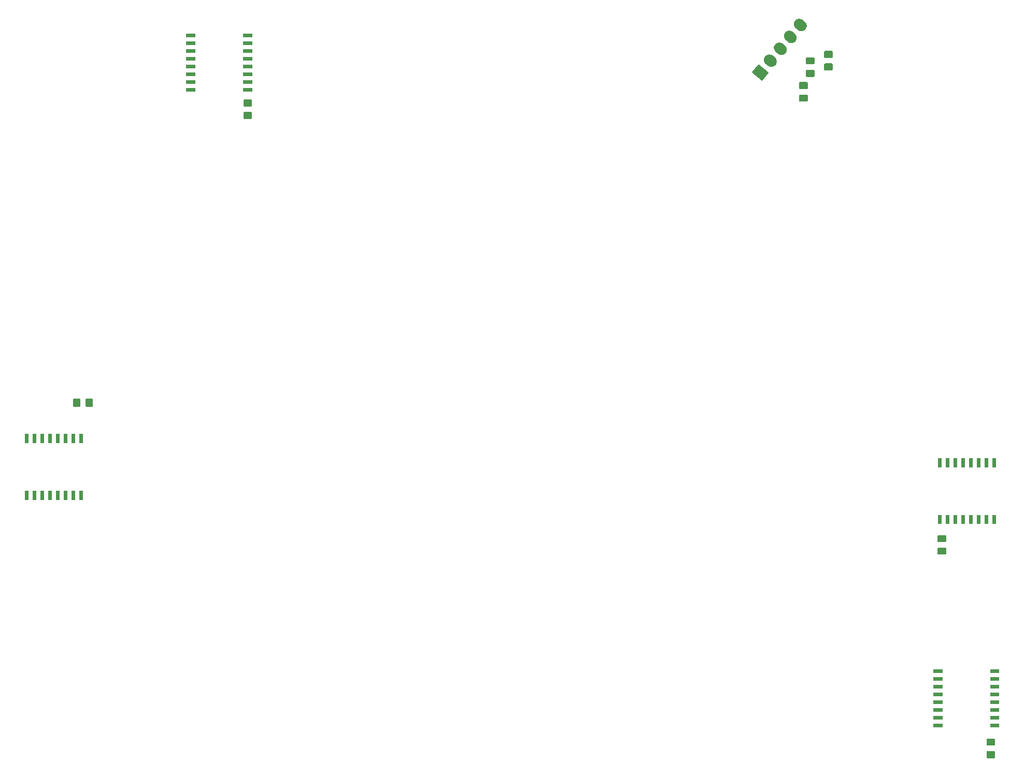
<source format=gbr>
G04 #@! TF.GenerationSoftware,KiCad,Pcbnew,(5.1.4-0-10_14)*
G04 #@! TF.CreationDate,2019-10-29T07:52:00+01:00*
G04 #@! TF.ProjectId,Buttons_AMPCD,42757474-6f6e-4735-9f41-4d5043442e6b,rev?*
G04 #@! TF.SameCoordinates,Original*
G04 #@! TF.FileFunction,Soldermask,Bot*
G04 #@! TF.FilePolarity,Negative*
%FSLAX46Y46*%
G04 Gerber Fmt 4.6, Leading zero omitted, Abs format (unit mm)*
G04 Created by KiCad (PCBNEW (5.1.4-0-10_14)) date 2019-10-29 07:52:00*
%MOMM*%
%LPD*%
G04 APERTURE LIST*
%ADD10C,0.100000*%
G04 APERTURE END LIST*
D10*
G36*
X175612322Y-145411839D02*
G01*
X175645857Y-145422012D01*
X175676756Y-145438528D01*
X175703843Y-145460757D01*
X175726072Y-145487844D01*
X175742588Y-145518743D01*
X175752761Y-145552278D01*
X175756800Y-145593287D01*
X175756800Y-146372313D01*
X175752761Y-146413322D01*
X175742588Y-146446857D01*
X175726072Y-146477756D01*
X175703843Y-146504843D01*
X175676756Y-146527072D01*
X175645857Y-146543588D01*
X175612322Y-146553761D01*
X175571313Y-146557800D01*
X174542287Y-146557800D01*
X174501278Y-146553761D01*
X174467743Y-146543588D01*
X174436844Y-146527072D01*
X174409757Y-146504843D01*
X174387528Y-146477756D01*
X174371012Y-146446857D01*
X174360839Y-146413322D01*
X174356800Y-146372313D01*
X174356800Y-145593287D01*
X174360839Y-145552278D01*
X174371012Y-145518743D01*
X174387528Y-145487844D01*
X174409757Y-145460757D01*
X174436844Y-145438528D01*
X174467743Y-145422012D01*
X174501278Y-145411839D01*
X174542287Y-145407800D01*
X175571313Y-145407800D01*
X175612322Y-145411839D01*
X175612322Y-145411839D01*
G37*
G36*
X175612322Y-143361839D02*
G01*
X175645857Y-143372012D01*
X175676756Y-143388528D01*
X175703843Y-143410757D01*
X175726072Y-143437844D01*
X175742588Y-143468743D01*
X175752761Y-143502278D01*
X175756800Y-143543287D01*
X175756800Y-144322313D01*
X175752761Y-144363322D01*
X175742588Y-144396857D01*
X175726072Y-144427756D01*
X175703843Y-144454843D01*
X175676756Y-144477072D01*
X175645857Y-144493588D01*
X175612322Y-144503761D01*
X175571313Y-144507800D01*
X174542287Y-144507800D01*
X174501278Y-144503761D01*
X174467743Y-144493588D01*
X174436844Y-144477072D01*
X174409757Y-144454843D01*
X174387528Y-144427756D01*
X174371012Y-144396857D01*
X174360839Y-144363322D01*
X174356800Y-144322313D01*
X174356800Y-143543287D01*
X174360839Y-143502278D01*
X174371012Y-143468743D01*
X174387528Y-143437844D01*
X174409757Y-143410757D01*
X174436844Y-143388528D01*
X174467743Y-143372012D01*
X174501278Y-143361839D01*
X174542287Y-143357800D01*
X175571313Y-143357800D01*
X175612322Y-143361839D01*
X175612322Y-143361839D01*
G37*
G36*
X167169000Y-141524000D02*
G01*
X165669000Y-141524000D01*
X165669000Y-140924000D01*
X167169000Y-140924000D01*
X167169000Y-141524000D01*
X167169000Y-141524000D01*
G37*
G36*
X176469000Y-141524000D02*
G01*
X174969000Y-141524000D01*
X174969000Y-140924000D01*
X176469000Y-140924000D01*
X176469000Y-141524000D01*
X176469000Y-141524000D01*
G37*
G36*
X167169000Y-140254000D02*
G01*
X165669000Y-140254000D01*
X165669000Y-139654000D01*
X167169000Y-139654000D01*
X167169000Y-140254000D01*
X167169000Y-140254000D01*
G37*
G36*
X176469000Y-140254000D02*
G01*
X174969000Y-140254000D01*
X174969000Y-139654000D01*
X176469000Y-139654000D01*
X176469000Y-140254000D01*
X176469000Y-140254000D01*
G37*
G36*
X167169000Y-138984000D02*
G01*
X165669000Y-138984000D01*
X165669000Y-138384000D01*
X167169000Y-138384000D01*
X167169000Y-138984000D01*
X167169000Y-138984000D01*
G37*
G36*
X176469000Y-138984000D02*
G01*
X174969000Y-138984000D01*
X174969000Y-138384000D01*
X176469000Y-138384000D01*
X176469000Y-138984000D01*
X176469000Y-138984000D01*
G37*
G36*
X167169000Y-137714000D02*
G01*
X165669000Y-137714000D01*
X165669000Y-137114000D01*
X167169000Y-137114000D01*
X167169000Y-137714000D01*
X167169000Y-137714000D01*
G37*
G36*
X176469000Y-137714000D02*
G01*
X174969000Y-137714000D01*
X174969000Y-137114000D01*
X176469000Y-137114000D01*
X176469000Y-137714000D01*
X176469000Y-137714000D01*
G37*
G36*
X176469000Y-136444000D02*
G01*
X174969000Y-136444000D01*
X174969000Y-135844000D01*
X176469000Y-135844000D01*
X176469000Y-136444000D01*
X176469000Y-136444000D01*
G37*
G36*
X167169000Y-136444000D02*
G01*
X165669000Y-136444000D01*
X165669000Y-135844000D01*
X167169000Y-135844000D01*
X167169000Y-136444000D01*
X167169000Y-136444000D01*
G37*
G36*
X176469000Y-135174000D02*
G01*
X174969000Y-135174000D01*
X174969000Y-134574000D01*
X176469000Y-134574000D01*
X176469000Y-135174000D01*
X176469000Y-135174000D01*
G37*
G36*
X167169000Y-135174000D02*
G01*
X165669000Y-135174000D01*
X165669000Y-134574000D01*
X167169000Y-134574000D01*
X167169000Y-135174000D01*
X167169000Y-135174000D01*
G37*
G36*
X176469000Y-133904000D02*
G01*
X174969000Y-133904000D01*
X174969000Y-133304000D01*
X176469000Y-133304000D01*
X176469000Y-133904000D01*
X176469000Y-133904000D01*
G37*
G36*
X167169000Y-133904000D02*
G01*
X165669000Y-133904000D01*
X165669000Y-133304000D01*
X167169000Y-133304000D01*
X167169000Y-133904000D01*
X167169000Y-133904000D01*
G37*
G36*
X176469000Y-132634000D02*
G01*
X174969000Y-132634000D01*
X174969000Y-132034000D01*
X176469000Y-132034000D01*
X176469000Y-132634000D01*
X176469000Y-132634000D01*
G37*
G36*
X167169000Y-132634000D02*
G01*
X165669000Y-132634000D01*
X165669000Y-132034000D01*
X167169000Y-132034000D01*
X167169000Y-132634000D01*
X167169000Y-132634000D01*
G37*
G36*
X167611322Y-112112439D02*
G01*
X167644857Y-112122612D01*
X167675756Y-112139128D01*
X167702843Y-112161357D01*
X167725072Y-112188444D01*
X167741588Y-112219343D01*
X167751761Y-112252878D01*
X167755800Y-112293887D01*
X167755800Y-113072913D01*
X167751761Y-113113922D01*
X167741588Y-113147457D01*
X167725072Y-113178356D01*
X167702843Y-113205443D01*
X167675756Y-113227672D01*
X167644857Y-113244188D01*
X167611322Y-113254361D01*
X167570313Y-113258400D01*
X166541287Y-113258400D01*
X166500278Y-113254361D01*
X166466743Y-113244188D01*
X166435844Y-113227672D01*
X166408757Y-113205443D01*
X166386528Y-113178356D01*
X166370012Y-113147457D01*
X166359839Y-113113922D01*
X166355800Y-113072913D01*
X166355800Y-112293887D01*
X166359839Y-112252878D01*
X166370012Y-112219343D01*
X166386528Y-112188444D01*
X166408757Y-112161357D01*
X166435844Y-112139128D01*
X166466743Y-112122612D01*
X166500278Y-112112439D01*
X166541287Y-112108400D01*
X167570313Y-112108400D01*
X167611322Y-112112439D01*
X167611322Y-112112439D01*
G37*
G36*
X167611322Y-110062439D02*
G01*
X167644857Y-110072612D01*
X167675756Y-110089128D01*
X167702843Y-110111357D01*
X167725072Y-110138444D01*
X167741588Y-110169343D01*
X167751761Y-110202878D01*
X167755800Y-110243887D01*
X167755800Y-111022913D01*
X167751761Y-111063922D01*
X167741588Y-111097457D01*
X167725072Y-111128356D01*
X167702843Y-111155443D01*
X167675756Y-111177672D01*
X167644857Y-111194188D01*
X167611322Y-111204361D01*
X167570313Y-111208400D01*
X166541287Y-111208400D01*
X166500278Y-111204361D01*
X166466743Y-111194188D01*
X166435844Y-111177672D01*
X166408757Y-111155443D01*
X166386528Y-111128356D01*
X166370012Y-111097457D01*
X166359839Y-111063922D01*
X166355800Y-111022913D01*
X166355800Y-110243887D01*
X166359839Y-110202878D01*
X166370012Y-110169343D01*
X166386528Y-110138444D01*
X166408757Y-110111357D01*
X166435844Y-110089128D01*
X166466743Y-110072612D01*
X166500278Y-110062439D01*
X166541287Y-110058400D01*
X167570313Y-110058400D01*
X167611322Y-110062439D01*
X167611322Y-110062439D01*
G37*
G36*
X168321000Y-108270000D02*
G01*
X167721000Y-108270000D01*
X167721000Y-106770000D01*
X168321000Y-106770000D01*
X168321000Y-108270000D01*
X168321000Y-108270000D01*
G37*
G36*
X167051000Y-108270000D02*
G01*
X166451000Y-108270000D01*
X166451000Y-106770000D01*
X167051000Y-106770000D01*
X167051000Y-108270000D01*
X167051000Y-108270000D01*
G37*
G36*
X169591000Y-108270000D02*
G01*
X168991000Y-108270000D01*
X168991000Y-106770000D01*
X169591000Y-106770000D01*
X169591000Y-108270000D01*
X169591000Y-108270000D01*
G37*
G36*
X170861000Y-108270000D02*
G01*
X170261000Y-108270000D01*
X170261000Y-106770000D01*
X170861000Y-106770000D01*
X170861000Y-108270000D01*
X170861000Y-108270000D01*
G37*
G36*
X172131000Y-108270000D02*
G01*
X171531000Y-108270000D01*
X171531000Y-106770000D01*
X172131000Y-106770000D01*
X172131000Y-108270000D01*
X172131000Y-108270000D01*
G37*
G36*
X173401000Y-108270000D02*
G01*
X172801000Y-108270000D01*
X172801000Y-106770000D01*
X173401000Y-106770000D01*
X173401000Y-108270000D01*
X173401000Y-108270000D01*
G37*
G36*
X175941000Y-108270000D02*
G01*
X175341000Y-108270000D01*
X175341000Y-106770000D01*
X175941000Y-106770000D01*
X175941000Y-108270000D01*
X175941000Y-108270000D01*
G37*
G36*
X174671000Y-108270000D02*
G01*
X174071000Y-108270000D01*
X174071000Y-106770000D01*
X174671000Y-106770000D01*
X174671000Y-108270000D01*
X174671000Y-108270000D01*
G37*
G36*
X21636000Y-104333000D02*
G01*
X21036000Y-104333000D01*
X21036000Y-102833000D01*
X21636000Y-102833000D01*
X21636000Y-104333000D01*
X21636000Y-104333000D01*
G37*
G36*
X25446000Y-104333000D02*
G01*
X24846000Y-104333000D01*
X24846000Y-102833000D01*
X25446000Y-102833000D01*
X25446000Y-104333000D01*
X25446000Y-104333000D01*
G37*
G36*
X24176000Y-104333000D02*
G01*
X23576000Y-104333000D01*
X23576000Y-102833000D01*
X24176000Y-102833000D01*
X24176000Y-104333000D01*
X24176000Y-104333000D01*
G37*
G36*
X22906000Y-104333000D02*
G01*
X22306000Y-104333000D01*
X22306000Y-102833000D01*
X22906000Y-102833000D01*
X22906000Y-104333000D01*
X22906000Y-104333000D01*
G37*
G36*
X20366000Y-104333000D02*
G01*
X19766000Y-104333000D01*
X19766000Y-102833000D01*
X20366000Y-102833000D01*
X20366000Y-104333000D01*
X20366000Y-104333000D01*
G37*
G36*
X19096000Y-104333000D02*
G01*
X18496000Y-104333000D01*
X18496000Y-102833000D01*
X19096000Y-102833000D01*
X19096000Y-104333000D01*
X19096000Y-104333000D01*
G37*
G36*
X17826000Y-104333000D02*
G01*
X17226000Y-104333000D01*
X17226000Y-102833000D01*
X17826000Y-102833000D01*
X17826000Y-104333000D01*
X17826000Y-104333000D01*
G37*
G36*
X26716000Y-104333000D02*
G01*
X26116000Y-104333000D01*
X26116000Y-102833000D01*
X26716000Y-102833000D01*
X26716000Y-104333000D01*
X26716000Y-104333000D01*
G37*
G36*
X174671000Y-98970000D02*
G01*
X174071000Y-98970000D01*
X174071000Y-97470000D01*
X174671000Y-97470000D01*
X174671000Y-98970000D01*
X174671000Y-98970000D01*
G37*
G36*
X167051000Y-98970000D02*
G01*
X166451000Y-98970000D01*
X166451000Y-97470000D01*
X167051000Y-97470000D01*
X167051000Y-98970000D01*
X167051000Y-98970000D01*
G37*
G36*
X168321000Y-98970000D02*
G01*
X167721000Y-98970000D01*
X167721000Y-97470000D01*
X168321000Y-97470000D01*
X168321000Y-98970000D01*
X168321000Y-98970000D01*
G37*
G36*
X169591000Y-98970000D02*
G01*
X168991000Y-98970000D01*
X168991000Y-97470000D01*
X169591000Y-97470000D01*
X169591000Y-98970000D01*
X169591000Y-98970000D01*
G37*
G36*
X170861000Y-98970000D02*
G01*
X170261000Y-98970000D01*
X170261000Y-97470000D01*
X170861000Y-97470000D01*
X170861000Y-98970000D01*
X170861000Y-98970000D01*
G37*
G36*
X172131000Y-98970000D02*
G01*
X171531000Y-98970000D01*
X171531000Y-97470000D01*
X172131000Y-97470000D01*
X172131000Y-98970000D01*
X172131000Y-98970000D01*
G37*
G36*
X173401000Y-98970000D02*
G01*
X172801000Y-98970000D01*
X172801000Y-97470000D01*
X173401000Y-97470000D01*
X173401000Y-98970000D01*
X173401000Y-98970000D01*
G37*
G36*
X175941000Y-98970000D02*
G01*
X175341000Y-98970000D01*
X175341000Y-97470000D01*
X175941000Y-97470000D01*
X175941000Y-98970000D01*
X175941000Y-98970000D01*
G37*
G36*
X19096000Y-95033000D02*
G01*
X18496000Y-95033000D01*
X18496000Y-93533000D01*
X19096000Y-93533000D01*
X19096000Y-95033000D01*
X19096000Y-95033000D01*
G37*
G36*
X17826000Y-95033000D02*
G01*
X17226000Y-95033000D01*
X17226000Y-93533000D01*
X17826000Y-93533000D01*
X17826000Y-95033000D01*
X17826000Y-95033000D01*
G37*
G36*
X20366000Y-95033000D02*
G01*
X19766000Y-95033000D01*
X19766000Y-93533000D01*
X20366000Y-93533000D01*
X20366000Y-95033000D01*
X20366000Y-95033000D01*
G37*
G36*
X21636000Y-95033000D02*
G01*
X21036000Y-95033000D01*
X21036000Y-93533000D01*
X21636000Y-93533000D01*
X21636000Y-95033000D01*
X21636000Y-95033000D01*
G37*
G36*
X22906000Y-95033000D02*
G01*
X22306000Y-95033000D01*
X22306000Y-93533000D01*
X22906000Y-93533000D01*
X22906000Y-95033000D01*
X22906000Y-95033000D01*
G37*
G36*
X24176000Y-95033000D02*
G01*
X23576000Y-95033000D01*
X23576000Y-93533000D01*
X24176000Y-93533000D01*
X24176000Y-95033000D01*
X24176000Y-95033000D01*
G37*
G36*
X25446000Y-95033000D02*
G01*
X24846000Y-95033000D01*
X24846000Y-93533000D01*
X25446000Y-93533000D01*
X25446000Y-95033000D01*
X25446000Y-95033000D01*
G37*
G36*
X26716000Y-95033000D02*
G01*
X26116000Y-95033000D01*
X26116000Y-93533000D01*
X26716000Y-93533000D01*
X26716000Y-95033000D01*
X26716000Y-95033000D01*
G37*
G36*
X26151722Y-87721439D02*
G01*
X26185257Y-87731612D01*
X26216156Y-87748128D01*
X26243243Y-87770357D01*
X26265472Y-87797444D01*
X26281988Y-87828343D01*
X26292161Y-87861878D01*
X26296200Y-87902887D01*
X26296200Y-88931913D01*
X26292161Y-88972922D01*
X26281988Y-89006457D01*
X26265472Y-89037356D01*
X26243243Y-89064443D01*
X26216156Y-89086672D01*
X26185257Y-89103188D01*
X26151722Y-89113361D01*
X26110713Y-89117400D01*
X25331687Y-89117400D01*
X25290678Y-89113361D01*
X25257143Y-89103188D01*
X25226244Y-89086672D01*
X25199157Y-89064443D01*
X25176928Y-89037356D01*
X25160412Y-89006457D01*
X25150239Y-88972922D01*
X25146200Y-88931913D01*
X25146200Y-87902887D01*
X25150239Y-87861878D01*
X25160412Y-87828343D01*
X25176928Y-87797444D01*
X25199157Y-87770357D01*
X25226244Y-87748128D01*
X25257143Y-87731612D01*
X25290678Y-87721439D01*
X25331687Y-87717400D01*
X26110713Y-87717400D01*
X26151722Y-87721439D01*
X26151722Y-87721439D01*
G37*
G36*
X28201722Y-87721439D02*
G01*
X28235257Y-87731612D01*
X28266156Y-87748128D01*
X28293243Y-87770357D01*
X28315472Y-87797444D01*
X28331988Y-87828343D01*
X28342161Y-87861878D01*
X28346200Y-87902887D01*
X28346200Y-88931913D01*
X28342161Y-88972922D01*
X28331988Y-89006457D01*
X28315472Y-89037356D01*
X28293243Y-89064443D01*
X28266156Y-89086672D01*
X28235257Y-89103188D01*
X28201722Y-89113361D01*
X28160713Y-89117400D01*
X27381687Y-89117400D01*
X27340678Y-89113361D01*
X27307143Y-89103188D01*
X27276244Y-89086672D01*
X27249157Y-89064443D01*
X27226928Y-89037356D01*
X27210412Y-89006457D01*
X27200239Y-88972922D01*
X27196200Y-88931913D01*
X27196200Y-87902887D01*
X27200239Y-87861878D01*
X27210412Y-87828343D01*
X27226928Y-87797444D01*
X27249157Y-87770357D01*
X27276244Y-87748128D01*
X27307143Y-87731612D01*
X27340678Y-87721439D01*
X27381687Y-87717400D01*
X28160713Y-87717400D01*
X28201722Y-87721439D01*
X28201722Y-87721439D01*
G37*
G36*
X54225722Y-40865439D02*
G01*
X54259257Y-40875612D01*
X54290156Y-40892128D01*
X54317243Y-40914357D01*
X54339472Y-40941444D01*
X54355988Y-40972343D01*
X54366161Y-41005878D01*
X54370200Y-41046887D01*
X54370200Y-41825913D01*
X54366161Y-41866922D01*
X54355988Y-41900457D01*
X54339472Y-41931356D01*
X54317243Y-41958443D01*
X54290156Y-41980672D01*
X54259257Y-41997188D01*
X54225722Y-42007361D01*
X54184713Y-42011400D01*
X53155687Y-42011400D01*
X53114678Y-42007361D01*
X53081143Y-41997188D01*
X53050244Y-41980672D01*
X53023157Y-41958443D01*
X53000928Y-41931356D01*
X52984412Y-41900457D01*
X52974239Y-41866922D01*
X52970200Y-41825913D01*
X52970200Y-41046887D01*
X52974239Y-41005878D01*
X52984412Y-40972343D01*
X53000928Y-40941444D01*
X53023157Y-40914357D01*
X53050244Y-40892128D01*
X53081143Y-40875612D01*
X53114678Y-40865439D01*
X53155687Y-40861400D01*
X54184713Y-40861400D01*
X54225722Y-40865439D01*
X54225722Y-40865439D01*
G37*
G36*
X54225722Y-38815439D02*
G01*
X54259257Y-38825612D01*
X54290156Y-38842128D01*
X54317243Y-38864357D01*
X54339472Y-38891444D01*
X54355988Y-38922343D01*
X54366161Y-38955878D01*
X54370200Y-38996887D01*
X54370200Y-39775913D01*
X54366161Y-39816922D01*
X54355988Y-39850457D01*
X54339472Y-39881356D01*
X54317243Y-39908443D01*
X54290156Y-39930672D01*
X54259257Y-39947188D01*
X54225722Y-39957361D01*
X54184713Y-39961400D01*
X53155687Y-39961400D01*
X53114678Y-39957361D01*
X53081143Y-39947188D01*
X53050244Y-39930672D01*
X53023157Y-39908443D01*
X53000928Y-39881356D01*
X52984412Y-39850457D01*
X52974239Y-39816922D01*
X52970200Y-39775913D01*
X52970200Y-38996887D01*
X52974239Y-38955878D01*
X52984412Y-38922343D01*
X53000928Y-38891444D01*
X53023157Y-38864357D01*
X53050244Y-38842128D01*
X53081143Y-38825612D01*
X53114678Y-38815439D01*
X53155687Y-38811400D01*
X54184713Y-38811400D01*
X54225722Y-38815439D01*
X54225722Y-38815439D01*
G37*
G36*
X145005322Y-38020639D02*
G01*
X145038857Y-38030812D01*
X145069756Y-38047328D01*
X145096843Y-38069557D01*
X145119072Y-38096644D01*
X145135588Y-38127543D01*
X145145761Y-38161078D01*
X145149800Y-38202087D01*
X145149800Y-38981113D01*
X145145761Y-39022122D01*
X145135588Y-39055657D01*
X145119072Y-39086556D01*
X145096843Y-39113643D01*
X145069756Y-39135872D01*
X145038857Y-39152388D01*
X145005322Y-39162561D01*
X144964313Y-39166600D01*
X143935287Y-39166600D01*
X143894278Y-39162561D01*
X143860743Y-39152388D01*
X143829844Y-39135872D01*
X143802757Y-39113643D01*
X143780528Y-39086556D01*
X143764012Y-39055657D01*
X143753839Y-39022122D01*
X143749800Y-38981113D01*
X143749800Y-38202087D01*
X143753839Y-38161078D01*
X143764012Y-38127543D01*
X143780528Y-38096644D01*
X143802757Y-38069557D01*
X143829844Y-38047328D01*
X143860743Y-38030812D01*
X143894278Y-38020639D01*
X143935287Y-38016600D01*
X144964313Y-38016600D01*
X145005322Y-38020639D01*
X145005322Y-38020639D01*
G37*
G36*
X54422000Y-37511000D02*
G01*
X52922000Y-37511000D01*
X52922000Y-36911000D01*
X54422000Y-36911000D01*
X54422000Y-37511000D01*
X54422000Y-37511000D01*
G37*
G36*
X45122000Y-37511000D02*
G01*
X43622000Y-37511000D01*
X43622000Y-36911000D01*
X45122000Y-36911000D01*
X45122000Y-37511000D01*
X45122000Y-37511000D01*
G37*
G36*
X145005322Y-35970639D02*
G01*
X145038857Y-35980812D01*
X145069756Y-35997328D01*
X145096843Y-36019557D01*
X145119072Y-36046644D01*
X145135588Y-36077543D01*
X145145761Y-36111078D01*
X145149800Y-36152087D01*
X145149800Y-36931113D01*
X145145761Y-36972122D01*
X145135588Y-37005657D01*
X145119072Y-37036556D01*
X145096843Y-37063643D01*
X145069756Y-37085872D01*
X145038857Y-37102388D01*
X145005322Y-37112561D01*
X144964313Y-37116600D01*
X143935287Y-37116600D01*
X143894278Y-37112561D01*
X143860743Y-37102388D01*
X143829844Y-37085872D01*
X143802757Y-37063643D01*
X143780528Y-37036556D01*
X143764012Y-37005657D01*
X143753839Y-36972122D01*
X143749800Y-36931113D01*
X143749800Y-36152087D01*
X143753839Y-36111078D01*
X143764012Y-36077543D01*
X143780528Y-36046644D01*
X143802757Y-36019557D01*
X143829844Y-35997328D01*
X143860743Y-35980812D01*
X143894278Y-35970639D01*
X143935287Y-35966600D01*
X144964313Y-35966600D01*
X145005322Y-35970639D01*
X145005322Y-35970639D01*
G37*
G36*
X54422000Y-36241000D02*
G01*
X52922000Y-36241000D01*
X52922000Y-35641000D01*
X54422000Y-35641000D01*
X54422000Y-36241000D01*
X54422000Y-36241000D01*
G37*
G36*
X45122000Y-36241000D02*
G01*
X43622000Y-36241000D01*
X43622000Y-35641000D01*
X45122000Y-35641000D01*
X45122000Y-36241000D01*
X45122000Y-36241000D01*
G37*
G36*
X137167864Y-33110822D02*
G01*
X137198621Y-33117289D01*
X137227519Y-33129631D01*
X137258550Y-33150857D01*
X138687900Y-34350224D01*
X138714192Y-34377097D01*
X138731368Y-34403420D01*
X138743076Y-34432581D01*
X138748870Y-34463467D01*
X138748527Y-34494895D01*
X138742060Y-34525652D01*
X138729718Y-34554550D01*
X138708492Y-34585581D01*
X137804807Y-35662551D01*
X137777934Y-35688843D01*
X137751611Y-35706019D01*
X137722450Y-35717727D01*
X137691564Y-35723521D01*
X137660136Y-35723178D01*
X137629379Y-35716711D01*
X137600481Y-35704369D01*
X137569450Y-35683143D01*
X136140100Y-34483776D01*
X136113808Y-34456903D01*
X136096632Y-34430580D01*
X136084924Y-34401419D01*
X136079130Y-34370533D01*
X136079473Y-34339105D01*
X136085940Y-34308348D01*
X136098282Y-34279450D01*
X136119508Y-34248419D01*
X137023193Y-33171449D01*
X137050066Y-33145157D01*
X137076389Y-33127981D01*
X137105550Y-33116273D01*
X137136436Y-33110479D01*
X137167864Y-33110822D01*
X137167864Y-33110822D01*
G37*
G36*
X146122922Y-33982039D02*
G01*
X146156457Y-33992212D01*
X146187356Y-34008728D01*
X146214443Y-34030957D01*
X146236672Y-34058044D01*
X146253188Y-34088943D01*
X146263361Y-34122478D01*
X146267400Y-34163487D01*
X146267400Y-34942513D01*
X146263361Y-34983522D01*
X146253188Y-35017057D01*
X146236672Y-35047956D01*
X146214443Y-35075043D01*
X146187356Y-35097272D01*
X146156457Y-35113788D01*
X146122922Y-35123961D01*
X146081913Y-35128000D01*
X145052887Y-35128000D01*
X145011878Y-35123961D01*
X144978343Y-35113788D01*
X144947444Y-35097272D01*
X144920357Y-35075043D01*
X144898128Y-35047956D01*
X144881612Y-35017057D01*
X144871439Y-34983522D01*
X144867400Y-34942513D01*
X144867400Y-34163487D01*
X144871439Y-34122478D01*
X144881612Y-34088943D01*
X144898128Y-34058044D01*
X144920357Y-34030957D01*
X144947444Y-34008728D01*
X144978343Y-33992212D01*
X145011878Y-33982039D01*
X145052887Y-33978000D01*
X146081913Y-33978000D01*
X146122922Y-33982039D01*
X146122922Y-33982039D01*
G37*
G36*
X54422000Y-34971000D02*
G01*
X52922000Y-34971000D01*
X52922000Y-34371000D01*
X54422000Y-34371000D01*
X54422000Y-34971000D01*
X54422000Y-34971000D01*
G37*
G36*
X45122000Y-34971000D02*
G01*
X43622000Y-34971000D01*
X43622000Y-34371000D01*
X45122000Y-34371000D01*
X45122000Y-34971000D01*
X45122000Y-34971000D01*
G37*
G36*
X149094722Y-32924239D02*
G01*
X149128257Y-32934412D01*
X149159156Y-32950928D01*
X149186243Y-32973157D01*
X149208472Y-33000244D01*
X149224988Y-33031143D01*
X149235161Y-33064678D01*
X149239200Y-33105687D01*
X149239200Y-33884713D01*
X149235161Y-33925722D01*
X149224988Y-33959257D01*
X149208472Y-33990156D01*
X149186243Y-34017243D01*
X149159156Y-34039472D01*
X149128257Y-34055988D01*
X149094722Y-34066161D01*
X149053713Y-34070200D01*
X148024687Y-34070200D01*
X147983678Y-34066161D01*
X147950143Y-34055988D01*
X147919244Y-34039472D01*
X147892157Y-34017243D01*
X147869928Y-33990156D01*
X147853412Y-33959257D01*
X147843239Y-33925722D01*
X147839200Y-33884713D01*
X147839200Y-33105687D01*
X147843239Y-33064678D01*
X147853412Y-33031143D01*
X147869928Y-33000244D01*
X147892157Y-32973157D01*
X147919244Y-32950928D01*
X147950143Y-32934412D01*
X147983678Y-32924239D01*
X148024687Y-32920200D01*
X149053713Y-32920200D01*
X149094722Y-32924239D01*
X149094722Y-32924239D01*
G37*
G36*
X54422000Y-33701000D02*
G01*
X52922000Y-33701000D01*
X52922000Y-33101000D01*
X54422000Y-33101000D01*
X54422000Y-33701000D01*
X54422000Y-33701000D01*
G37*
G36*
X45122000Y-33701000D02*
G01*
X43622000Y-33701000D01*
X43622000Y-33101000D01*
X45122000Y-33101000D01*
X45122000Y-33701000D01*
X45122000Y-33701000D01*
G37*
G36*
X138965664Y-31454394D02*
G01*
X139133372Y-31489659D01*
X139187133Y-31512618D01*
X139290975Y-31556964D01*
X139396980Y-31629479D01*
X139814832Y-31980098D01*
X139814835Y-31980101D01*
X139904653Y-32071901D01*
X139998303Y-32215423D01*
X140062154Y-32374457D01*
X140093753Y-32542894D01*
X140093478Y-32568036D01*
X140091883Y-32714260D01*
X140089189Y-32727071D01*
X140056618Y-32881968D01*
X139989313Y-33039572D01*
X139892555Y-33181016D01*
X139770057Y-33300870D01*
X139626535Y-33394520D01*
X139467501Y-33458371D01*
X139299064Y-33489970D01*
X139213380Y-33489035D01*
X139127697Y-33488100D01*
X138986317Y-33458371D01*
X138959989Y-33452835D01*
X138802386Y-33385530D01*
X138696390Y-33313021D01*
X138696387Y-33313018D01*
X138696382Y-33313015D01*
X138370506Y-33039572D01*
X138278527Y-32962393D01*
X138188708Y-32870592D01*
X138095058Y-32727071D01*
X138031207Y-32568036D01*
X137999608Y-32399599D01*
X138001479Y-32228233D01*
X138036744Y-32060525D01*
X138104049Y-31902922D01*
X138200807Y-31761477D01*
X138261373Y-31702219D01*
X138323304Y-31641624D01*
X138379976Y-31604645D01*
X138466826Y-31547973D01*
X138625861Y-31484122D01*
X138794298Y-31452523D01*
X138965664Y-31454394D01*
X138965664Y-31454394D01*
G37*
G36*
X146122922Y-31932039D02*
G01*
X146156457Y-31942212D01*
X146187356Y-31958728D01*
X146214443Y-31980957D01*
X146236672Y-32008044D01*
X146253188Y-32038943D01*
X146263361Y-32072478D01*
X146267400Y-32113487D01*
X146267400Y-32892513D01*
X146263361Y-32933522D01*
X146253188Y-32967057D01*
X146236672Y-32997956D01*
X146214443Y-33025043D01*
X146187356Y-33047272D01*
X146156457Y-33063788D01*
X146122922Y-33073961D01*
X146081913Y-33078000D01*
X145052887Y-33078000D01*
X145011878Y-33073961D01*
X144978343Y-33063788D01*
X144947444Y-33047272D01*
X144920357Y-33025043D01*
X144898128Y-32997956D01*
X144881612Y-32967057D01*
X144871439Y-32933522D01*
X144867400Y-32892513D01*
X144867400Y-32113487D01*
X144871439Y-32072478D01*
X144881612Y-32038943D01*
X144898128Y-32008044D01*
X144920357Y-31980957D01*
X144947444Y-31958728D01*
X144978343Y-31942212D01*
X145011878Y-31932039D01*
X145052887Y-31928000D01*
X146081913Y-31928000D01*
X146122922Y-31932039D01*
X146122922Y-31932039D01*
G37*
G36*
X45122000Y-32431000D02*
G01*
X43622000Y-32431000D01*
X43622000Y-31831000D01*
X45122000Y-31831000D01*
X45122000Y-32431000D01*
X45122000Y-32431000D01*
G37*
G36*
X54422000Y-32431000D02*
G01*
X52922000Y-32431000D01*
X52922000Y-31831000D01*
X54422000Y-31831000D01*
X54422000Y-32431000D01*
X54422000Y-32431000D01*
G37*
G36*
X149094722Y-30874239D02*
G01*
X149128257Y-30884412D01*
X149159156Y-30900928D01*
X149186243Y-30923157D01*
X149208472Y-30950244D01*
X149224988Y-30981143D01*
X149235161Y-31014678D01*
X149239200Y-31055687D01*
X149239200Y-31834713D01*
X149235161Y-31875722D01*
X149224988Y-31909257D01*
X149208472Y-31940156D01*
X149186243Y-31967243D01*
X149159156Y-31989472D01*
X149128257Y-32005988D01*
X149094722Y-32016161D01*
X149053713Y-32020200D01*
X148024687Y-32020200D01*
X147983678Y-32016161D01*
X147950143Y-32005988D01*
X147919244Y-31989472D01*
X147892157Y-31967243D01*
X147869928Y-31940156D01*
X147853412Y-31909257D01*
X147843239Y-31875722D01*
X147839200Y-31834713D01*
X147839200Y-31055687D01*
X147843239Y-31014678D01*
X147853412Y-30981143D01*
X147869928Y-30950244D01*
X147892157Y-30923157D01*
X147919244Y-30900928D01*
X147950143Y-30884412D01*
X147983678Y-30874239D01*
X148024687Y-30870200D01*
X149053713Y-30870200D01*
X149094722Y-30874239D01*
X149094722Y-30874239D01*
G37*
G36*
X140598344Y-29508641D02*
G01*
X140766052Y-29543906D01*
X140819813Y-29566865D01*
X140923655Y-29611211D01*
X141029660Y-29683726D01*
X141447512Y-30034345D01*
X141447515Y-30034348D01*
X141537333Y-30126148D01*
X141630983Y-30269670D01*
X141694834Y-30428704D01*
X141726433Y-30597141D01*
X141726158Y-30622283D01*
X141724563Y-30768507D01*
X141721869Y-30781318D01*
X141689298Y-30936215D01*
X141621993Y-31093819D01*
X141525235Y-31235263D01*
X141402737Y-31355117D01*
X141259215Y-31448767D01*
X141100181Y-31512618D01*
X140931744Y-31544217D01*
X140846060Y-31543282D01*
X140760377Y-31542347D01*
X140618997Y-31512618D01*
X140592669Y-31507082D01*
X140435066Y-31439777D01*
X140329070Y-31367268D01*
X140329067Y-31367265D01*
X140329062Y-31367262D01*
X139976500Y-31071427D01*
X139911207Y-31016640D01*
X139821388Y-30924839D01*
X139727738Y-30781318D01*
X139663887Y-30622283D01*
X139632288Y-30453846D01*
X139634159Y-30282480D01*
X139669424Y-30114772D01*
X139736729Y-29957169D01*
X139833487Y-29815724D01*
X139894053Y-29756466D01*
X139955984Y-29695871D01*
X140012656Y-29658892D01*
X140099506Y-29602220D01*
X140258541Y-29538369D01*
X140426978Y-29506770D01*
X140598344Y-29508641D01*
X140598344Y-29508641D01*
G37*
G36*
X54422000Y-31161000D02*
G01*
X52922000Y-31161000D01*
X52922000Y-30561000D01*
X54422000Y-30561000D01*
X54422000Y-31161000D01*
X54422000Y-31161000D01*
G37*
G36*
X45122000Y-31161000D02*
G01*
X43622000Y-31161000D01*
X43622000Y-30561000D01*
X45122000Y-30561000D01*
X45122000Y-31161000D01*
X45122000Y-31161000D01*
G37*
G36*
X45122000Y-29891000D02*
G01*
X43622000Y-29891000D01*
X43622000Y-29291000D01*
X45122000Y-29291000D01*
X45122000Y-29891000D01*
X45122000Y-29891000D01*
G37*
G36*
X54422000Y-29891000D02*
G01*
X52922000Y-29891000D01*
X52922000Y-29291000D01*
X54422000Y-29291000D01*
X54422000Y-29891000D01*
X54422000Y-29891000D01*
G37*
G36*
X142231025Y-27562888D02*
G01*
X142398733Y-27598153D01*
X142452494Y-27621112D01*
X142556336Y-27665458D01*
X142662341Y-27737973D01*
X143080193Y-28088592D01*
X143080196Y-28088595D01*
X143170014Y-28180395D01*
X143263664Y-28323917D01*
X143327515Y-28482951D01*
X143359114Y-28651388D01*
X143358839Y-28676530D01*
X143357244Y-28822754D01*
X143354550Y-28835565D01*
X143321979Y-28990462D01*
X143254674Y-29148066D01*
X143157916Y-29289510D01*
X143035418Y-29409364D01*
X142891896Y-29503014D01*
X142732862Y-29566865D01*
X142564425Y-29598464D01*
X142478740Y-29597528D01*
X142393058Y-29596594D01*
X142251678Y-29566865D01*
X142225350Y-29561329D01*
X142067747Y-29494024D01*
X141961751Y-29421515D01*
X141961748Y-29421512D01*
X141961743Y-29421509D01*
X141635867Y-29148066D01*
X141543888Y-29070887D01*
X141454069Y-28979086D01*
X141360419Y-28835565D01*
X141296568Y-28676530D01*
X141264969Y-28508093D01*
X141266840Y-28336727D01*
X141302105Y-28169019D01*
X141369410Y-28011416D01*
X141466168Y-27869971D01*
X141526734Y-27810713D01*
X141588665Y-27750118D01*
X141645337Y-27713139D01*
X141732187Y-27656467D01*
X141891222Y-27592616D01*
X142059659Y-27561017D01*
X142231025Y-27562888D01*
X142231025Y-27562888D01*
G37*
G36*
X54422000Y-28621000D02*
G01*
X52922000Y-28621000D01*
X52922000Y-28021000D01*
X54422000Y-28021000D01*
X54422000Y-28621000D01*
X54422000Y-28621000D01*
G37*
G36*
X45122000Y-28621000D02*
G01*
X43622000Y-28621000D01*
X43622000Y-28021000D01*
X45122000Y-28021000D01*
X45122000Y-28621000D01*
X45122000Y-28621000D01*
G37*
G36*
X143863705Y-25617135D02*
G01*
X144031413Y-25652400D01*
X144167962Y-25710714D01*
X144189016Y-25719705D01*
X144295021Y-25792220D01*
X144712873Y-26142839D01*
X144712876Y-26142842D01*
X144802694Y-26234642D01*
X144896344Y-26378164D01*
X144960195Y-26537198D01*
X144991794Y-26705635D01*
X144991519Y-26730777D01*
X144989924Y-26877001D01*
X144987230Y-26889812D01*
X144954659Y-27044709D01*
X144887354Y-27202313D01*
X144790596Y-27343757D01*
X144668098Y-27463611D01*
X144524576Y-27557261D01*
X144365542Y-27621112D01*
X144197105Y-27652711D01*
X144111421Y-27651776D01*
X144025738Y-27650841D01*
X143884358Y-27621112D01*
X143858030Y-27615576D01*
X143700427Y-27548271D01*
X143594431Y-27475762D01*
X143594428Y-27475759D01*
X143594423Y-27475756D01*
X143268547Y-27202313D01*
X143176568Y-27125134D01*
X143086749Y-27033333D01*
X142993099Y-26889812D01*
X142929248Y-26730777D01*
X142897649Y-26562340D01*
X142899520Y-26390974D01*
X142934785Y-26223266D01*
X143002090Y-26065663D01*
X143098848Y-25924218D01*
X143159414Y-25864960D01*
X143221345Y-25804365D01*
X143278017Y-25767386D01*
X143364867Y-25710714D01*
X143523902Y-25646863D01*
X143692339Y-25615264D01*
X143863705Y-25617135D01*
X143863705Y-25617135D01*
G37*
M02*

</source>
